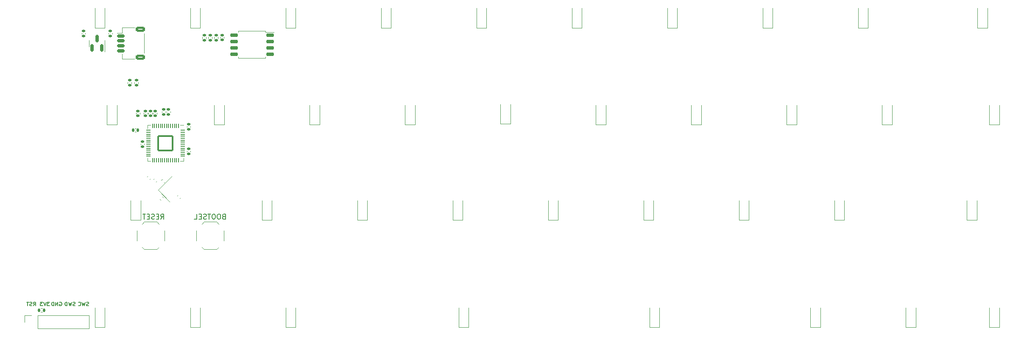
<source format=gbo>
%TF.GenerationSoftware,KiCad,Pcbnew,7.0.6*%
%TF.CreationDate,2023-07-31T23:13:40-04:00*%
%TF.ProjectId,cutiepie2040-standard-stagger,63757469-6570-4696-9532-3034302d7374,rev?*%
%TF.SameCoordinates,PX2d6b3a0PY7aa1830*%
%TF.FileFunction,Legend,Bot*%
%TF.FilePolarity,Positive*%
%FSLAX46Y46*%
G04 Gerber Fmt 4.6, Leading zero omitted, Abs format (unit mm)*
G04 Created by KiCad (PCBNEW 7.0.6) date 2023-07-31 23:13:40*
%MOMM*%
%LPD*%
G01*
G04 APERTURE LIST*
G04 Aperture macros list*
%AMRoundRect*
0 Rectangle with rounded corners*
0 $1 Rounding radius*
0 $2 $3 $4 $5 $6 $7 $8 $9 X,Y pos of 4 corners*
0 Add a 4 corners polygon primitive as box body*
4,1,4,$2,$3,$4,$5,$6,$7,$8,$9,$2,$3,0*
0 Add four circle primitives for the rounded corners*
1,1,$1+$1,$2,$3*
1,1,$1+$1,$4,$5*
1,1,$1+$1,$6,$7*
1,1,$1+$1,$8,$9*
0 Add four rect primitives between the rounded corners*
20,1,$1+$1,$2,$3,$4,$5,0*
20,1,$1+$1,$4,$5,$6,$7,0*
20,1,$1+$1,$6,$7,$8,$9,0*
20,1,$1+$1,$8,$9,$2,$3,0*%
%AMRotRect*
0 Rectangle, with rotation*
0 The origin of the aperture is its center*
0 $1 length*
0 $2 width*
0 $3 Rotation angle, in degrees counterclockwise*
0 Add horizontal line*
21,1,$1,$2,0,0,$3*%
G04 Aperture macros list end*
%ADD10C,0.150000*%
%ADD11C,0.153000*%
%ADD12C,0.120000*%
%ADD13R,1.200000X0.900000*%
%ADD14C,1.750000*%
%ADD15C,3.000000*%
%ADD16C,3.987800*%
%ADD17R,2.550000X2.500000*%
%ADD18RoundRect,0.135000X-0.185000X0.135000X-0.185000X-0.135000X0.185000X-0.135000X0.185000X0.135000X0*%
%ADD19RoundRect,0.135000X0.135000X0.185000X-0.135000X0.185000X-0.135000X-0.185000X0.135000X-0.185000X0*%
%ADD20RoundRect,0.140000X0.170000X-0.140000X0.170000X0.140000X-0.170000X0.140000X-0.170000X-0.140000X0*%
%ADD21RoundRect,0.140000X-0.021213X0.219203X-0.219203X0.021213X0.021213X-0.219203X0.219203X-0.021213X0*%
%ADD22R,1.700000X1.700000*%
%ADD23O,1.700000X1.700000*%
%ADD24R,1.700000X1.000000*%
%ADD25RotRect,1.400000X1.200000X45.000000*%
%ADD26RoundRect,0.135000X0.035355X-0.226274X0.226274X-0.035355X-0.035355X0.226274X-0.226274X0.035355X0*%
%ADD27RoundRect,0.140000X0.140000X0.170000X-0.140000X0.170000X-0.140000X-0.170000X0.140000X-0.170000X0*%
%ADD28RoundRect,0.140000X-0.170000X0.140000X-0.170000X-0.140000X0.170000X-0.140000X0.170000X0.140000X0*%
%ADD29RoundRect,0.150000X-0.625000X0.150000X-0.625000X-0.150000X0.625000X-0.150000X0.625000X0.150000X0*%
%ADD30RoundRect,0.229167X-0.670833X0.320833X-0.670833X-0.320833X0.670833X-0.320833X0.670833X0.320833X0*%
%ADD31RoundRect,0.140000X0.021213X-0.219203X0.219203X-0.021213X-0.021213X0.219203X-0.219203X0.021213X0*%
%ADD32C,3.048000*%
%ADD33R,2.550000X2.000000*%
%ADD34RoundRect,0.140000X0.219203X0.021213X0.021213X0.219203X-0.219203X-0.021213X-0.021213X-0.219203X0*%
%ADD35RoundRect,0.050000X0.387500X0.050000X-0.387500X0.050000X-0.387500X-0.050000X0.387500X-0.050000X0*%
%ADD36RoundRect,0.050000X0.050000X0.387500X-0.050000X0.387500X-0.050000X-0.387500X0.050000X-0.387500X0*%
%ADD37RoundRect,0.144000X1.456000X1.456000X-1.456000X1.456000X-1.456000X-1.456000X1.456000X-1.456000X0*%
%ADD38RoundRect,0.150000X0.150000X-0.587500X0.150000X0.587500X-0.150000X0.587500X-0.150000X-0.587500X0*%
%ADD39RoundRect,0.135000X0.185000X-0.135000X0.185000X0.135000X-0.185000X0.135000X-0.185000X-0.135000X0*%
%ADD40RoundRect,0.150000X0.650000X0.150000X-0.650000X0.150000X-0.650000X-0.150000X0.650000X-0.150000X0*%
G04 APERTURE END LIST*
D10*
X8012853Y11090774D02*
X8084282Y11126488D01*
X8084282Y11126488D02*
X8191424Y11126488D01*
X8191424Y11126488D02*
X8298567Y11090774D01*
X8298567Y11090774D02*
X8369996Y11019345D01*
X8369996Y11019345D02*
X8405710Y10947917D01*
X8405710Y10947917D02*
X8441424Y10805060D01*
X8441424Y10805060D02*
X8441424Y10697917D01*
X8441424Y10697917D02*
X8405710Y10555060D01*
X8405710Y10555060D02*
X8369996Y10483631D01*
X8369996Y10483631D02*
X8298567Y10412202D01*
X8298567Y10412202D02*
X8191424Y10376488D01*
X8191424Y10376488D02*
X8119996Y10376488D01*
X8119996Y10376488D02*
X8012853Y10412202D01*
X8012853Y10412202D02*
X7977139Y10447917D01*
X7977139Y10447917D02*
X7977139Y10697917D01*
X7977139Y10697917D02*
X8119996Y10697917D01*
X7655710Y10376488D02*
X7655710Y11126488D01*
X7655710Y11126488D02*
X7227139Y10376488D01*
X7227139Y10376488D02*
X7227139Y11126488D01*
X6869996Y10376488D02*
X6869996Y11126488D01*
X6869996Y11126488D02*
X6691425Y11126488D01*
X6691425Y11126488D02*
X6584282Y11090774D01*
X6584282Y11090774D02*
X6512853Y11019345D01*
X6512853Y11019345D02*
X6477139Y10947917D01*
X6477139Y10947917D02*
X6441425Y10805060D01*
X6441425Y10805060D02*
X6441425Y10697917D01*
X6441425Y10697917D02*
X6477139Y10555060D01*
X6477139Y10555060D02*
X6512853Y10483631D01*
X6512853Y10483631D02*
X6584282Y10412202D01*
X6584282Y10412202D02*
X6691425Y10376488D01*
X6691425Y10376488D02*
X6869996Y10376488D01*
X13817107Y10412400D02*
X13709965Y10376686D01*
X13709965Y10376686D02*
X13531393Y10376686D01*
X13531393Y10376686D02*
X13459965Y10412400D01*
X13459965Y10412400D02*
X13424250Y10448115D01*
X13424250Y10448115D02*
X13388536Y10519543D01*
X13388536Y10519543D02*
X13388536Y10590972D01*
X13388536Y10590972D02*
X13424250Y10662400D01*
X13424250Y10662400D02*
X13459965Y10698115D01*
X13459965Y10698115D02*
X13531393Y10733829D01*
X13531393Y10733829D02*
X13674250Y10769543D01*
X13674250Y10769543D02*
X13745679Y10805258D01*
X13745679Y10805258D02*
X13781393Y10840972D01*
X13781393Y10840972D02*
X13817107Y10912400D01*
X13817107Y10912400D02*
X13817107Y10983829D01*
X13817107Y10983829D02*
X13781393Y11055258D01*
X13781393Y11055258D02*
X13745679Y11090972D01*
X13745679Y11090972D02*
X13674250Y11126686D01*
X13674250Y11126686D02*
X13495679Y11126686D01*
X13495679Y11126686D02*
X13388536Y11090972D01*
X13138536Y11126686D02*
X12959964Y10376686D01*
X12959964Y10376686D02*
X12817107Y10912400D01*
X12817107Y10912400D02*
X12674250Y10376686D01*
X12674250Y10376686D02*
X12495679Y11126686D01*
X11781393Y10448115D02*
X11817107Y10412400D01*
X11817107Y10412400D02*
X11924250Y10376686D01*
X11924250Y10376686D02*
X11995678Y10376686D01*
X11995678Y10376686D02*
X12102821Y10412400D01*
X12102821Y10412400D02*
X12174250Y10483829D01*
X12174250Y10483829D02*
X12209964Y10555258D01*
X12209964Y10555258D02*
X12245678Y10698115D01*
X12245678Y10698115D02*
X12245678Y10805258D01*
X12245678Y10805258D02*
X12209964Y10948115D01*
X12209964Y10948115D02*
X12174250Y11019543D01*
X12174250Y11019543D02*
X12102821Y11090972D01*
X12102821Y11090972D02*
X11995678Y11126686D01*
X11995678Y11126686D02*
X11924250Y11126686D01*
X11924250Y11126686D02*
X11817107Y11090972D01*
X11817107Y11090972D02*
X11781393Y11055258D01*
X11138097Y10412400D02*
X11030955Y10376686D01*
X11030955Y10376686D02*
X10852383Y10376686D01*
X10852383Y10376686D02*
X10780955Y10412400D01*
X10780955Y10412400D02*
X10745240Y10448115D01*
X10745240Y10448115D02*
X10709526Y10519543D01*
X10709526Y10519543D02*
X10709526Y10590972D01*
X10709526Y10590972D02*
X10745240Y10662400D01*
X10745240Y10662400D02*
X10780955Y10698115D01*
X10780955Y10698115D02*
X10852383Y10733829D01*
X10852383Y10733829D02*
X10995240Y10769543D01*
X10995240Y10769543D02*
X11066669Y10805258D01*
X11066669Y10805258D02*
X11102383Y10840972D01*
X11102383Y10840972D02*
X11138097Y10912400D01*
X11138097Y10912400D02*
X11138097Y10983829D01*
X11138097Y10983829D02*
X11102383Y11055258D01*
X11102383Y11055258D02*
X11066669Y11090972D01*
X11066669Y11090972D02*
X10995240Y11126686D01*
X10995240Y11126686D02*
X10816669Y11126686D01*
X10816669Y11126686D02*
X10709526Y11090972D01*
X10459526Y11126686D02*
X10280954Y10376686D01*
X10280954Y10376686D02*
X10138097Y10912400D01*
X10138097Y10912400D02*
X9995240Y10376686D01*
X9995240Y10376686D02*
X9816669Y11126686D01*
X9530954Y10376686D02*
X9530954Y11126686D01*
X9530954Y11126686D02*
X9352383Y11126686D01*
X9352383Y11126686D02*
X9245240Y11090972D01*
X9245240Y11090972D02*
X9173811Y11019543D01*
X9173811Y11019543D02*
X9138097Y10948115D01*
X9138097Y10948115D02*
X9102383Y10805258D01*
X9102383Y10805258D02*
X9102383Y10698115D01*
X9102383Y10698115D02*
X9138097Y10555258D01*
X9138097Y10555258D02*
X9173811Y10483829D01*
X9173811Y10483829D02*
X9245240Y10412400D01*
X9245240Y10412400D02*
X9352383Y10376686D01*
X9352383Y10376686D02*
X9530954Y10376686D01*
X5988740Y11126686D02*
X5524454Y11126686D01*
X5524454Y11126686D02*
X5774454Y10840972D01*
X5774454Y10840972D02*
X5667311Y10840972D01*
X5667311Y10840972D02*
X5595883Y10805258D01*
X5595883Y10805258D02*
X5560168Y10769543D01*
X5560168Y10769543D02*
X5524454Y10698115D01*
X5524454Y10698115D02*
X5524454Y10519543D01*
X5524454Y10519543D02*
X5560168Y10448115D01*
X5560168Y10448115D02*
X5595883Y10412400D01*
X5595883Y10412400D02*
X5667311Y10376686D01*
X5667311Y10376686D02*
X5881597Y10376686D01*
X5881597Y10376686D02*
X5953025Y10412400D01*
X5953025Y10412400D02*
X5988740Y10448115D01*
X5310168Y11126686D02*
X5060168Y10376686D01*
X5060168Y10376686D02*
X4810168Y11126686D01*
X4631597Y11126686D02*
X4167311Y11126686D01*
X4167311Y11126686D02*
X4417311Y10840972D01*
X4417311Y10840972D02*
X4310168Y10840972D01*
X4310168Y10840972D02*
X4238740Y10805258D01*
X4238740Y10805258D02*
X4203025Y10769543D01*
X4203025Y10769543D02*
X4167311Y10698115D01*
X4167311Y10698115D02*
X4167311Y10519543D01*
X4167311Y10519543D02*
X4203025Y10448115D01*
X4203025Y10448115D02*
X4238740Y10412400D01*
X4238740Y10412400D02*
X4310168Y10376686D01*
X4310168Y10376686D02*
X4524454Y10376686D01*
X4524454Y10376686D02*
X4595882Y10412400D01*
X4595882Y10412400D02*
X4631597Y10448115D01*
X2791886Y10376686D02*
X3041886Y10733829D01*
X3220457Y10376686D02*
X3220457Y11126686D01*
X3220457Y11126686D02*
X2934743Y11126686D01*
X2934743Y11126686D02*
X2863314Y11090972D01*
X2863314Y11090972D02*
X2827600Y11055258D01*
X2827600Y11055258D02*
X2791886Y10983829D01*
X2791886Y10983829D02*
X2791886Y10876686D01*
X2791886Y10876686D02*
X2827600Y10805258D01*
X2827600Y10805258D02*
X2863314Y10769543D01*
X2863314Y10769543D02*
X2934743Y10733829D01*
X2934743Y10733829D02*
X3220457Y10733829D01*
X2506171Y10412400D02*
X2399029Y10376686D01*
X2399029Y10376686D02*
X2220457Y10376686D01*
X2220457Y10376686D02*
X2149029Y10412400D01*
X2149029Y10412400D02*
X2113314Y10448115D01*
X2113314Y10448115D02*
X2077600Y10519543D01*
X2077600Y10519543D02*
X2077600Y10590972D01*
X2077600Y10590972D02*
X2113314Y10662400D01*
X2113314Y10662400D02*
X2149029Y10698115D01*
X2149029Y10698115D02*
X2220457Y10733829D01*
X2220457Y10733829D02*
X2363314Y10769543D01*
X2363314Y10769543D02*
X2434743Y10805258D01*
X2434743Y10805258D02*
X2470457Y10840972D01*
X2470457Y10840972D02*
X2506171Y10912400D01*
X2506171Y10912400D02*
X2506171Y10983829D01*
X2506171Y10983829D02*
X2470457Y11055258D01*
X2470457Y11055258D02*
X2434743Y11090972D01*
X2434743Y11090972D02*
X2363314Y11126686D01*
X2363314Y11126686D02*
X2184743Y11126686D01*
X2184743Y11126686D02*
X2077600Y11090972D01*
X1863314Y11126686D02*
X1434743Y11126686D01*
X1649028Y10376686D02*
X1649028Y11126686D01*
D11*
X28241386Y27703211D02*
X28574719Y28179402D01*
X28812814Y27703211D02*
X28812814Y28703211D01*
X28812814Y28703211D02*
X28431862Y28703211D01*
X28431862Y28703211D02*
X28336624Y28655592D01*
X28336624Y28655592D02*
X28289005Y28607973D01*
X28289005Y28607973D02*
X28241386Y28512735D01*
X28241386Y28512735D02*
X28241386Y28369878D01*
X28241386Y28369878D02*
X28289005Y28274640D01*
X28289005Y28274640D02*
X28336624Y28227021D01*
X28336624Y28227021D02*
X28431862Y28179402D01*
X28431862Y28179402D02*
X28812814Y28179402D01*
X27812814Y28227021D02*
X27479481Y28227021D01*
X27336624Y27703211D02*
X27812814Y27703211D01*
X27812814Y27703211D02*
X27812814Y28703211D01*
X27812814Y28703211D02*
X27336624Y28703211D01*
X26955671Y27750830D02*
X26812814Y27703211D01*
X26812814Y27703211D02*
X26574719Y27703211D01*
X26574719Y27703211D02*
X26479481Y27750830D01*
X26479481Y27750830D02*
X26431862Y27798450D01*
X26431862Y27798450D02*
X26384243Y27893688D01*
X26384243Y27893688D02*
X26384243Y27988926D01*
X26384243Y27988926D02*
X26431862Y28084164D01*
X26431862Y28084164D02*
X26479481Y28131783D01*
X26479481Y28131783D02*
X26574719Y28179402D01*
X26574719Y28179402D02*
X26765195Y28227021D01*
X26765195Y28227021D02*
X26860433Y28274640D01*
X26860433Y28274640D02*
X26908052Y28322259D01*
X26908052Y28322259D02*
X26955671Y28417497D01*
X26955671Y28417497D02*
X26955671Y28512735D01*
X26955671Y28512735D02*
X26908052Y28607973D01*
X26908052Y28607973D02*
X26860433Y28655592D01*
X26860433Y28655592D02*
X26765195Y28703211D01*
X26765195Y28703211D02*
X26527100Y28703211D01*
X26527100Y28703211D02*
X26384243Y28655592D01*
X25955671Y28227021D02*
X25622338Y28227021D01*
X25479481Y27703211D02*
X25955671Y27703211D01*
X25955671Y27703211D02*
X25955671Y28703211D01*
X25955671Y28703211D02*
X25479481Y28703211D01*
X25193766Y28703211D02*
X24622338Y28703211D01*
X24908052Y27703211D02*
X24908052Y28703211D01*
X40790572Y28227021D02*
X40647715Y28179402D01*
X40647715Y28179402D02*
X40600096Y28131783D01*
X40600096Y28131783D02*
X40552477Y28036545D01*
X40552477Y28036545D02*
X40552477Y27893688D01*
X40552477Y27893688D02*
X40600096Y27798450D01*
X40600096Y27798450D02*
X40647715Y27750830D01*
X40647715Y27750830D02*
X40742953Y27703211D01*
X40742953Y27703211D02*
X41123905Y27703211D01*
X41123905Y27703211D02*
X41123905Y28703211D01*
X41123905Y28703211D02*
X40790572Y28703211D01*
X40790572Y28703211D02*
X40695334Y28655592D01*
X40695334Y28655592D02*
X40647715Y28607973D01*
X40647715Y28607973D02*
X40600096Y28512735D01*
X40600096Y28512735D02*
X40600096Y28417497D01*
X40600096Y28417497D02*
X40647715Y28322259D01*
X40647715Y28322259D02*
X40695334Y28274640D01*
X40695334Y28274640D02*
X40790572Y28227021D01*
X40790572Y28227021D02*
X41123905Y28227021D01*
X39933429Y28703211D02*
X39742953Y28703211D01*
X39742953Y28703211D02*
X39647715Y28655592D01*
X39647715Y28655592D02*
X39552477Y28560354D01*
X39552477Y28560354D02*
X39504858Y28369878D01*
X39504858Y28369878D02*
X39504858Y28036545D01*
X39504858Y28036545D02*
X39552477Y27846069D01*
X39552477Y27846069D02*
X39647715Y27750830D01*
X39647715Y27750830D02*
X39742953Y27703211D01*
X39742953Y27703211D02*
X39933429Y27703211D01*
X39933429Y27703211D02*
X40028667Y27750830D01*
X40028667Y27750830D02*
X40123905Y27846069D01*
X40123905Y27846069D02*
X40171524Y28036545D01*
X40171524Y28036545D02*
X40171524Y28369878D01*
X40171524Y28369878D02*
X40123905Y28560354D01*
X40123905Y28560354D02*
X40028667Y28655592D01*
X40028667Y28655592D02*
X39933429Y28703211D01*
X38885810Y28703211D02*
X38695334Y28703211D01*
X38695334Y28703211D02*
X38600096Y28655592D01*
X38600096Y28655592D02*
X38504858Y28560354D01*
X38504858Y28560354D02*
X38457239Y28369878D01*
X38457239Y28369878D02*
X38457239Y28036545D01*
X38457239Y28036545D02*
X38504858Y27846069D01*
X38504858Y27846069D02*
X38600096Y27750830D01*
X38600096Y27750830D02*
X38695334Y27703211D01*
X38695334Y27703211D02*
X38885810Y27703211D01*
X38885810Y27703211D02*
X38981048Y27750830D01*
X38981048Y27750830D02*
X39076286Y27846069D01*
X39076286Y27846069D02*
X39123905Y28036545D01*
X39123905Y28036545D02*
X39123905Y28369878D01*
X39123905Y28369878D02*
X39076286Y28560354D01*
X39076286Y28560354D02*
X38981048Y28655592D01*
X38981048Y28655592D02*
X38885810Y28703211D01*
X38171524Y28703211D02*
X37600096Y28703211D01*
X37885810Y27703211D02*
X37885810Y28703211D01*
X37314381Y27750830D02*
X37171524Y27703211D01*
X37171524Y27703211D02*
X36933429Y27703211D01*
X36933429Y27703211D02*
X36838191Y27750830D01*
X36838191Y27750830D02*
X36790572Y27798450D01*
X36790572Y27798450D02*
X36742953Y27893688D01*
X36742953Y27893688D02*
X36742953Y27988926D01*
X36742953Y27988926D02*
X36790572Y28084164D01*
X36790572Y28084164D02*
X36838191Y28131783D01*
X36838191Y28131783D02*
X36933429Y28179402D01*
X36933429Y28179402D02*
X37123905Y28227021D01*
X37123905Y28227021D02*
X37219143Y28274640D01*
X37219143Y28274640D02*
X37266762Y28322259D01*
X37266762Y28322259D02*
X37314381Y28417497D01*
X37314381Y28417497D02*
X37314381Y28512735D01*
X37314381Y28512735D02*
X37266762Y28607973D01*
X37266762Y28607973D02*
X37219143Y28655592D01*
X37219143Y28655592D02*
X37123905Y28703211D01*
X37123905Y28703211D02*
X36885810Y28703211D01*
X36885810Y28703211D02*
X36742953Y28655592D01*
X36314381Y28227021D02*
X35981048Y28227021D01*
X35838191Y27703211D02*
X36314381Y27703211D01*
X36314381Y27703211D02*
X36314381Y28703211D01*
X36314381Y28703211D02*
X35838191Y28703211D01*
X34933429Y27703211D02*
X35409619Y27703211D01*
X35409619Y27703211D02*
X35409619Y28703211D01*
D12*
X115085955Y46565862D02*
X115085955Y50465862D01*
X117085955Y46565862D02*
X115085955Y46565862D01*
X117085955Y46565862D02*
X117085955Y50465862D01*
X129373467Y65913453D02*
X129373467Y69813453D01*
X131373467Y65913453D02*
X129373467Y65913453D01*
X131373467Y65913453D02*
X131373467Y69813453D01*
X124630802Y27515846D02*
X124630802Y31415846D01*
X126630802Y27515846D02*
X124630802Y27515846D01*
X126630802Y27515846D02*
X126630802Y31415846D01*
X39670726Y64096409D02*
X39670726Y63789127D01*
X38910726Y64096409D02*
X38910726Y63789127D01*
X4564813Y9145224D02*
X4257531Y9145224D01*
X4564813Y9905224D02*
X4257531Y9905224D01*
X26727038Y48707644D02*
X26727038Y48923316D01*
X27447038Y48707644D02*
X27447038Y48923316D01*
X72223622Y65913453D02*
X72223622Y69813453D01*
X74223622Y65913453D02*
X72223622Y65913453D01*
X74223622Y65913453D02*
X74223622Y69813453D01*
X17797077Y64677791D02*
X17797077Y64893463D01*
X18517077Y64677791D02*
X18517077Y64893463D01*
X176998507Y6084578D02*
X176998507Y9984578D01*
X178998507Y6084578D02*
X176998507Y6084578D01*
X178998507Y6084578D02*
X178998507Y9984578D01*
X125801589Y6084578D02*
X125801589Y9984578D01*
X127801589Y6084578D02*
X125801589Y6084578D01*
X127801589Y6084578D02*
X127801589Y9984578D01*
X27459226Y35284787D02*
X27306723Y35132284D01*
X26950109Y35793904D02*
X26797606Y35641401D01*
X29405960Y49005302D02*
X29405960Y49220974D01*
X30125960Y49005302D02*
X30125960Y49220974D01*
X96035939Y46701801D02*
X96035939Y50601801D01*
X98035939Y46701801D02*
X96035939Y46701801D01*
X98035939Y46701801D02*
X98035939Y50601801D01*
X157948491Y6084578D02*
X157948491Y9984578D01*
X159948491Y6084578D02*
X157948491Y6084578D01*
X159948491Y6084578D02*
X159948491Y9984578D01*
X53173574Y65913453D02*
X53173574Y69813453D01*
X55173574Y65913453D02*
X53173574Y65913453D01*
X55173574Y65913453D02*
X55173574Y69813453D01*
X134135971Y46565862D02*
X134135971Y50465862D01*
X136135971Y46565862D02*
X134135971Y46565862D01*
X136135971Y46565862D02*
X136135971Y50465862D01*
X22406501Y55071110D02*
X22406501Y54763828D01*
X21646501Y55071110D02*
X21646501Y54763828D01*
X167473499Y65913453D02*
X167473499Y69813453D01*
X169473499Y65913453D02*
X167473499Y65913453D01*
X169473499Y65913453D02*
X169473499Y69813453D01*
X13871172Y8473972D02*
X13871172Y5813972D01*
X3651172Y8473972D02*
X13871172Y8473972D01*
X3651172Y8473972D02*
X3651172Y5813972D01*
X2381172Y8473972D02*
X1051172Y8473972D01*
X1051172Y8473972D02*
X1051172Y7143972D01*
X3651172Y5813972D02*
X13871172Y5813972D01*
X191286019Y65913453D02*
X191286019Y69813453D01*
X193286019Y65913453D02*
X191286019Y65913453D01*
X193286019Y65913453D02*
X193286019Y69813453D01*
X91273670Y65913453D02*
X91273670Y69813453D01*
X93273670Y65913453D02*
X91273670Y65913453D01*
X93273670Y65913453D02*
X93273670Y69813453D01*
X23443816Y23407874D02*
X23443816Y25407874D01*
X24493816Y26707874D02*
X24943816Y27157874D01*
X24493816Y22107874D02*
X24943816Y21657874D01*
X24943816Y27157874D02*
X27443816Y27157874D01*
X24943816Y21657874D02*
X27443816Y21657874D01*
X27893816Y26707874D02*
X27443816Y27157874D01*
X27893816Y22107874D02*
X27443816Y21657874D01*
X28943816Y23407874D02*
X28943816Y25407874D01*
X87701557Y6084578D02*
X87701557Y9984578D01*
X89701557Y6084578D02*
X87701557Y6084578D01*
X89701557Y6084578D02*
X89701557Y9984578D01*
X148423483Y65913453D02*
X148423483Y69813453D01*
X150423483Y65913453D02*
X148423483Y65913453D01*
X150423483Y65913453D02*
X150423483Y69813453D01*
X26185091Y35796591D02*
X26032588Y35644088D01*
X25675974Y36305708D02*
X25523471Y36153205D01*
X17454623Y46565862D02*
X17454623Y50465862D01*
X19454623Y46565862D02*
X17454623Y46565862D01*
X19454623Y46565862D02*
X19454623Y50465862D01*
X27666096Y33501732D02*
X30494523Y36330159D01*
X29999549Y31168279D02*
X27666096Y33501732D01*
X105580786Y27515846D02*
X105580786Y31415846D01*
X107580786Y27515846D02*
X105580786Y27515846D01*
X107580786Y27515846D02*
X107580786Y31415846D01*
X189202823Y27515700D02*
X189202823Y31415700D01*
X191202823Y27515700D02*
X189202823Y27515700D01*
X191202823Y27515700D02*
X191202823Y31415700D01*
X193667271Y6084578D02*
X193667271Y9984578D01*
X195667271Y6084578D02*
X193667271Y6084578D01*
X195667271Y6084578D02*
X195667271Y9984578D01*
X33424343Y46028722D02*
X33424343Y46244394D01*
X34144343Y46028722D02*
X34144343Y46244394D01*
X35350096Y23407874D02*
X35350096Y25407874D01*
X36400096Y26707874D02*
X36850096Y27157874D01*
X36400096Y22107874D02*
X36850096Y21657874D01*
X36850096Y27157874D02*
X39350096Y27157874D01*
X36850096Y21657874D02*
X39350096Y21657874D01*
X39800096Y26707874D02*
X39350096Y27157874D01*
X39800096Y22107874D02*
X39350096Y21657874D01*
X40850096Y23407874D02*
X40850096Y25407874D01*
X57935907Y46565862D02*
X57935907Y50465862D01*
X59935907Y46565862D02*
X57935907Y46565862D01*
X59935907Y46565862D02*
X59935907Y50465862D01*
X15073371Y6084578D02*
X15073371Y9984578D01*
X17073371Y6084578D02*
X15073371Y6084578D01*
X17073371Y6084578D02*
X17073371Y9984578D01*
X28314828Y35464146D02*
X28532109Y35681427D01*
X28852229Y34926745D02*
X29069510Y35144026D01*
X23291807Y45102608D02*
X23076135Y45102608D01*
X23291807Y45822608D02*
X23076135Y45822608D01*
X40841352Y64080604D02*
X40841352Y63864932D01*
X40121352Y64080604D02*
X40121352Y63864932D01*
X25784064Y48707644D02*
X25784064Y48923316D01*
X26504064Y48707644D02*
X26504064Y48923316D01*
X23303971Y48707644D02*
X23303971Y48923316D01*
X24023971Y48707644D02*
X24023971Y48923316D01*
X38885891Y46565862D02*
X38885891Y50465862D01*
X40885891Y46565862D02*
X38885891Y46565862D01*
X40885891Y46565862D02*
X40885891Y50465862D01*
X172236003Y46565862D02*
X172236003Y50465862D01*
X174236003Y46565862D02*
X172236003Y46565862D01*
X174236003Y46565862D02*
X174236003Y50465862D01*
X24196945Y42554772D02*
X24196945Y42770444D01*
X24916945Y42554772D02*
X24916945Y42770444D01*
X22964880Y65915627D02*
X20464880Y65915627D01*
X20464880Y65915627D02*
X20464880Y64865627D01*
X20464880Y64865627D02*
X19474880Y64865627D01*
X24934880Y64745627D02*
X24934880Y60865627D01*
X22964880Y59695627D02*
X20464880Y59695627D01*
X20464880Y59695627D02*
X20464880Y60745627D01*
X31518489Y32325263D02*
X31670992Y32477766D01*
X32027606Y31816146D02*
X32180109Y31968649D01*
X193667271Y46565862D02*
X193667271Y50465862D01*
X195667271Y46565862D02*
X193667271Y46565862D01*
X195667271Y46565862D02*
X195667271Y50465862D01*
X143680818Y27515846D02*
X143680818Y31415846D01*
X145680818Y27515846D02*
X143680818Y27515846D01*
X145680818Y27515846D02*
X145680818Y31415846D01*
X23746313Y55071110D02*
X23746313Y54763828D01*
X22986313Y55071110D02*
X22986313Y54763828D01*
X86530770Y27515846D02*
X86530770Y31415846D01*
X88530770Y27515846D02*
X86530770Y27515846D01*
X88530770Y27515846D02*
X88530770Y31415846D01*
X76985923Y46565862D02*
X76985923Y50465862D01*
X78985923Y46565862D02*
X76985923Y46565862D01*
X78985923Y46565862D02*
X78985923Y50465862D01*
X28174451Y31524132D02*
X28021948Y31676635D01*
X28683568Y32033249D02*
X28531065Y32185752D01*
X37289474Y64096409D02*
X37289474Y63789127D01*
X36529474Y64096409D02*
X36529474Y63789127D01*
X67480754Y27515846D02*
X67480754Y31415846D01*
X69480754Y27515846D02*
X67480754Y27515846D01*
X69480754Y27515846D02*
X69480754Y31415846D01*
X153185987Y46565862D02*
X153185987Y50465862D01*
X155185987Y46565862D02*
X153185987Y46565862D01*
X155185987Y46565862D02*
X155185987Y50465862D01*
X24841090Y48707644D02*
X24841090Y48923316D01*
X25561090Y48707644D02*
X25561090Y48923316D01*
X12439251Y64677791D02*
X12439251Y64893463D01*
X13159251Y64677791D02*
X13159251Y64893463D01*
X48430738Y27515846D02*
X48430738Y31415846D01*
X50430738Y27515846D02*
X48430738Y27515846D01*
X50430738Y27515846D02*
X50430738Y31415846D01*
X34144343Y41333037D02*
X34144343Y41117365D01*
X33424343Y41333037D02*
X33424343Y41117365D01*
X162730834Y27515846D02*
X162730834Y31415846D01*
X164730834Y27515846D02*
X162730834Y27515846D01*
X164730834Y27515846D02*
X164730834Y31415846D01*
X32780386Y39252608D02*
X32780386Y39902608D01*
X32130386Y39252608D02*
X32780386Y39252608D01*
X32130386Y46472608D02*
X32780386Y46472608D01*
X26210386Y39252608D02*
X25560386Y39252608D01*
X26210386Y46472608D02*
X25560386Y46472608D01*
X25560386Y39252608D02*
X25560386Y39902608D01*
X25560386Y46472608D02*
X25560386Y45822608D01*
X34123387Y6084578D02*
X34123387Y9984578D01*
X36123387Y6084578D02*
X34123387Y6084578D01*
X36123387Y6084578D02*
X36123387Y9984578D01*
X13918164Y62805627D02*
X13918164Y62155627D01*
X13918164Y62805627D02*
X13918164Y63455627D01*
X17038164Y62805627D02*
X17038164Y61130627D01*
X17038164Y62805627D02*
X17038164Y63455627D01*
X22217484Y27528249D02*
X22217484Y31428249D01*
X24217484Y27528249D02*
X22217484Y27528249D01*
X24217484Y27528249D02*
X24217484Y31428249D01*
X34123526Y65913453D02*
X34123526Y69813453D01*
X36123526Y65913453D02*
X34123526Y65913453D01*
X36123526Y65913453D02*
X36123526Y69813453D01*
X37720100Y63789127D02*
X37720100Y64096409D01*
X38480100Y63789127D02*
X38480100Y64096409D01*
X49159492Y59822768D02*
X49159492Y60082768D01*
X49159492Y65012768D02*
X50834492Y65012768D01*
X49159492Y65272768D02*
X49159492Y65012768D01*
X46434492Y59822768D02*
X49159492Y59822768D01*
X46434492Y59822768D02*
X43709492Y59822768D01*
X46434492Y65272768D02*
X49159492Y65272768D01*
X46434492Y65272768D02*
X43709492Y65272768D01*
X43709492Y59822768D02*
X43709492Y60082768D01*
X43709492Y65272768D02*
X43709492Y65012768D01*
X28462986Y49005302D02*
X28462986Y49220974D01*
X29182986Y49005302D02*
X29182986Y49220974D01*
X15073478Y65913453D02*
X15073478Y69813453D01*
X17073478Y65913453D02*
X15073478Y65913453D01*
X17073478Y65913453D02*
X17073478Y69813453D01*
X110323718Y65913453D02*
X110323718Y69813453D01*
X112323718Y65913453D02*
X110323718Y65913453D01*
X112323718Y65913453D02*
X112323718Y69813453D01*
X53173403Y6084578D02*
X53173403Y9984578D01*
X55173403Y6084578D02*
X53173403Y6084578D01*
X55173403Y6084578D02*
X55173403Y9984578D01*
%LPC*%
D13*
X116085955Y47165862D03*
X116085955Y50465862D03*
X130373467Y66513453D03*
X130373467Y69813453D03*
D14*
X167004880Y71437794D03*
D15*
X164464880Y76517794D03*
D16*
X161924880Y71437794D03*
D15*
X158114880Y73977794D03*
D14*
X156844880Y71437794D03*
D17*
X154839880Y73977794D03*
X167766880Y76517794D03*
D14*
X188436130Y33337584D03*
D15*
X185896130Y38417584D03*
D16*
X183356130Y33337584D03*
D15*
X179546130Y35877584D03*
D14*
X178276130Y33337584D03*
D17*
X176271130Y35877584D03*
X189198130Y38417584D03*
D13*
X125630802Y28115846D03*
X125630802Y31415846D03*
D18*
X39290726Y64452768D03*
X39290726Y63432768D03*
D19*
X4921172Y9525224D03*
X3901172Y9525224D03*
D20*
X27087038Y48335480D03*
X27087038Y49295480D03*
D13*
X73223622Y66513453D03*
X73223622Y69813453D03*
D20*
X18157077Y64305627D03*
X18157077Y65265627D03*
D13*
X177998507Y6684578D03*
X177998507Y9984578D03*
D14*
X14604880Y14287794D03*
D15*
X12064880Y19367794D03*
D16*
X9524880Y14287794D03*
D15*
X5714880Y16827794D03*
D14*
X4444880Y14287794D03*
D17*
X2439880Y16827794D03*
X15366880Y19367794D03*
D14*
X76517380Y52387794D03*
D15*
X73977380Y57467794D03*
D16*
X71437380Y52387794D03*
D15*
X67627380Y54927794D03*
D14*
X66357380Y52387794D03*
D17*
X64352380Y54927794D03*
X77279380Y57467794D03*
D14*
X57467380Y52387794D03*
D15*
X54927380Y57467794D03*
D16*
X52387380Y52387794D03*
D15*
X48577380Y54927794D03*
D14*
X47307380Y52387794D03*
D17*
X45302380Y54927794D03*
X58229380Y57467794D03*
D13*
X126801589Y6684578D03*
X126801589Y9984578D03*
D21*
X27467827Y35802505D03*
X26789005Y35123683D03*
D20*
X29765960Y48633138D03*
X29765960Y49593138D03*
D14*
X71754880Y71437794D03*
D15*
X69214880Y76517794D03*
D16*
X66674880Y71437794D03*
D15*
X62864880Y73977794D03*
D14*
X61594880Y71437794D03*
D17*
X59589880Y73977794D03*
X72516880Y76517794D03*
D13*
X97035939Y47301801D03*
X97035939Y50601801D03*
X158948491Y6684578D03*
X158948491Y9984578D03*
X54173574Y66513453D03*
X54173574Y69813453D03*
D14*
X128904880Y71437794D03*
D15*
X126364880Y76517794D03*
D16*
X123824880Y71437794D03*
D15*
X120014880Y73977794D03*
D14*
X118744880Y71437794D03*
D17*
X116739880Y73977794D03*
X129666880Y76517794D03*
D13*
X135135971Y47165862D03*
X135135971Y50465862D03*
D18*
X22026501Y55427469D03*
X22026501Y54407470D03*
D14*
X124142380Y33337744D03*
D15*
X121602380Y38417744D03*
D16*
X119062380Y33337744D03*
D15*
X115252380Y35877744D03*
D14*
X113982380Y33337744D03*
D17*
X111977380Y35877744D03*
X124904380Y38417744D03*
D13*
X168473499Y66513453D03*
X168473499Y69813453D03*
D14*
X90804880Y71437794D03*
D15*
X88264880Y76517794D03*
D16*
X85724880Y71437794D03*
D15*
X81914880Y73977794D03*
D14*
X80644880Y71437794D03*
D17*
X78639880Y73977794D03*
X91566880Y76517794D03*
D22*
X2381172Y7143972D03*
D23*
X4921172Y7143972D03*
X7461172Y7143972D03*
X10001172Y7143972D03*
X12541172Y7143972D03*
D14*
X105092380Y33337794D03*
D15*
X102552380Y38417794D03*
D16*
X100012380Y33337794D03*
D15*
X96202380Y35877794D03*
D14*
X94932380Y33337794D03*
D17*
X92927380Y35877794D03*
X105854380Y38417794D03*
D13*
X192286019Y66513453D03*
X192286019Y69813453D03*
X92273670Y66513453D03*
X92273670Y69813453D03*
D24*
X23043816Y22507874D03*
X29343816Y22507874D03*
X23043816Y26307874D03*
X29343816Y26307874D03*
D13*
X88701557Y6684578D03*
X88701557Y9984578D03*
D14*
X86042380Y33337744D03*
D15*
X83502380Y38417744D03*
D16*
X80962380Y33337744D03*
D15*
X77152380Y35877744D03*
D14*
X75882380Y33337744D03*
D17*
X73877380Y35877744D03*
X86804380Y38417744D03*
D13*
X149423483Y66513453D03*
X149423483Y69813453D03*
D14*
X171767380Y52387794D03*
D15*
X169227380Y57467794D03*
D16*
X166687380Y52387794D03*
D15*
X162877380Y54927794D03*
D14*
X161607380Y52387794D03*
D17*
X159602380Y54927794D03*
X172529380Y57467794D03*
D21*
X26193692Y36314309D03*
X25514870Y35635487D03*
D13*
X18454623Y47165862D03*
X18454623Y50465862D03*
D25*
X28868178Y33572442D03*
X30423813Y35128077D03*
X31625894Y33925996D03*
X30070259Y32370361D03*
D13*
X106580786Y28115846D03*
X106580786Y31415846D03*
X190202823Y28115700D03*
X190202823Y31415700D03*
D14*
X14604880Y71437794D03*
D15*
X12064880Y76517794D03*
D16*
X9524880Y71437794D03*
D15*
X5714880Y73977794D03*
D14*
X4444880Y71437794D03*
D17*
X2439880Y73977794D03*
X15366880Y76517794D03*
D13*
X194667271Y6684578D03*
X194667271Y9984578D03*
D20*
X33784343Y45656558D03*
X33784343Y46616558D03*
D24*
X34950096Y22507874D03*
X41250096Y22507874D03*
X34950096Y26307874D03*
X41250096Y26307874D03*
D14*
X95567380Y52387794D03*
D15*
X93027380Y57467794D03*
D16*
X90487380Y52387794D03*
D15*
X86677380Y54927794D03*
D14*
X85407380Y52387794D03*
D17*
X83402380Y54927794D03*
X96329380Y57467794D03*
D13*
X58935907Y47165862D03*
X58935907Y50465862D03*
D14*
X47942380Y33337794D03*
D15*
X45402380Y38417794D03*
D16*
X42862380Y33337794D03*
D15*
X39052380Y35877794D03*
D14*
X37782380Y33337794D03*
D17*
X35777380Y35877794D03*
X48704380Y38417794D03*
D13*
X16073371Y6684578D03*
X16073371Y9984578D03*
D14*
X190817380Y71437794D03*
D15*
X188277380Y76517794D03*
D16*
X185737380Y71437794D03*
D15*
X181927380Y73977794D03*
D14*
X180657380Y71437794D03*
D17*
X178652380Y73977794D03*
X191579380Y76517794D03*
D26*
X28331545Y34943462D03*
X29052793Y35664710D03*
D27*
X23663971Y45462608D03*
X22703971Y45462608D03*
D14*
X143192380Y33337794D03*
D15*
X140652380Y38417794D03*
D16*
X138112380Y33337794D03*
D15*
X134302380Y35877794D03*
D14*
X133032380Y33337794D03*
D17*
X131027380Y35877794D03*
X143954380Y38417794D03*
D14*
X52704880Y14287794D03*
D15*
X50164880Y19367794D03*
D16*
X47624880Y14287794D03*
D15*
X43814880Y16827794D03*
D14*
X42544880Y14287794D03*
D17*
X40539880Y16827794D03*
X53466880Y19367794D03*
D28*
X40481352Y64452768D03*
X40481352Y63492768D03*
D14*
X193198630Y52387794D03*
D15*
X190658630Y57467794D03*
D16*
X188118630Y52387794D03*
D15*
X184308630Y54927794D03*
D14*
X183038630Y52387794D03*
D17*
X181033630Y54927794D03*
X193960630Y57467794D03*
D20*
X26144064Y48335480D03*
X26144064Y49295480D03*
X23663971Y48335480D03*
X23663971Y49295480D03*
D13*
X39885891Y47165862D03*
X39885891Y50465862D03*
X173236003Y47165862D03*
X173236003Y50465862D03*
D20*
X24556945Y42182608D03*
X24556945Y43142608D03*
D29*
X20249880Y64305627D03*
X20249880Y63305627D03*
X20249880Y62305627D03*
X20249880Y61305627D03*
D30*
X24124880Y65605627D03*
X24124880Y60005627D03*
D31*
X31509888Y31807545D03*
X32188710Y32486367D03*
D14*
X157479880Y14287794D03*
D15*
X154939880Y19367794D03*
D16*
X152399880Y14287794D03*
D15*
X148589880Y16827794D03*
D14*
X147319880Y14287794D03*
D17*
X145314880Y16827794D03*
X158241880Y19367794D03*
D14*
X52704880Y71437794D03*
D15*
X50164880Y76517794D03*
D16*
X47624880Y71437794D03*
D15*
X43814880Y73977794D03*
D14*
X42544880Y71437794D03*
D17*
X40539880Y73977794D03*
X53466880Y76517794D03*
D14*
X147954880Y71437794D03*
D15*
X145414880Y76517794D03*
D16*
X142874880Y71437794D03*
D15*
X139064880Y73977794D03*
D14*
X137794880Y71437794D03*
D17*
X135789880Y73977794D03*
X148716880Y76517794D03*
D13*
X194667271Y47165862D03*
X194667271Y50465862D03*
X144680818Y28115846D03*
X144680818Y31415846D03*
D14*
X66992380Y33337744D03*
D15*
X64452380Y38417744D03*
D16*
X61932163Y33337744D03*
D15*
X58102380Y35877744D03*
D14*
X56832380Y33337744D03*
D17*
X54827380Y35877744D03*
X67754380Y38417744D03*
D18*
X23366313Y55427469D03*
X23366313Y54407470D03*
D32*
X128587380Y2540024D03*
D16*
X128587380Y17780024D03*
D14*
X105092380Y9525024D03*
D15*
X102552380Y14605024D03*
D16*
X100012380Y9525024D03*
D15*
X96202380Y12065024D03*
D14*
X94932380Y9525024D03*
D32*
X71437380Y2540024D03*
D16*
X71437380Y17780024D03*
D17*
X92927380Y12065024D03*
D33*
X105854380Y14605024D03*
D13*
X87530770Y28115846D03*
X87530770Y31415846D03*
X77985923Y47165862D03*
X77985923Y50465862D03*
D34*
X28692169Y31515531D03*
X28013347Y32194353D03*
D14*
X33654880Y71437794D03*
D15*
X31114880Y76517794D03*
D16*
X28574880Y71437794D03*
D15*
X24764880Y73977794D03*
D14*
X23494880Y71437794D03*
D17*
X21489880Y73977794D03*
X34416880Y76517794D03*
D18*
X36909474Y64452768D03*
X36909474Y63432768D03*
D14*
X33654880Y14287794D03*
D15*
X31114880Y19367794D03*
D16*
X28574880Y14287794D03*
D15*
X24764880Y16827794D03*
D14*
X23494880Y14287794D03*
D17*
X21489880Y16827794D03*
X34416880Y19367794D03*
D13*
X68480754Y28115846D03*
X68480754Y31415846D03*
X154185987Y47165862D03*
X154185987Y50465862D03*
D14*
X133667380Y52387794D03*
D15*
X131127380Y57467794D03*
D16*
X128587380Y52387794D03*
D15*
X124777380Y54927794D03*
D14*
X123507380Y52387794D03*
D17*
X121502380Y54927794D03*
X134429380Y57467794D03*
D20*
X25201090Y48335480D03*
X25201090Y49295480D03*
D14*
X152717380Y52387794D03*
D15*
X150177380Y57467794D03*
D16*
X147637380Y52387794D03*
D15*
X143827380Y54927794D03*
D14*
X142557380Y52387794D03*
D17*
X140552380Y54927794D03*
X153479380Y57467794D03*
D32*
X131000380Y2540024D03*
D16*
X131000380Y17780024D03*
D14*
X124142380Y9525024D03*
D15*
X121602380Y14605024D03*
D16*
X119062380Y9525024D03*
D15*
X115252380Y12065024D03*
D14*
X113982380Y9525024D03*
D32*
X107124380Y2540024D03*
D16*
X107124380Y17780024D03*
D17*
X111977380Y12065024D03*
X124904380Y14605024D03*
D20*
X12799251Y64305627D03*
X12799251Y65265627D03*
D32*
X92900380Y2540294D03*
D16*
X92900380Y17780294D03*
D14*
X86042380Y9525294D03*
D15*
X83502380Y14605294D03*
D16*
X80962380Y9525294D03*
D15*
X77152380Y12065294D03*
D14*
X75882380Y9525294D03*
D32*
X69024380Y2540294D03*
D16*
X69024380Y17780294D03*
D17*
X73877380Y12065294D03*
X86804380Y14605294D03*
D13*
X49430738Y28115846D03*
X49430738Y31415846D03*
D14*
X162242380Y33337794D03*
D15*
X159702380Y38417794D03*
D16*
X157162380Y33337794D03*
D15*
X153352380Y35877794D03*
D14*
X152082380Y33337794D03*
D17*
X150077380Y35877794D03*
X163004380Y38417794D03*
D28*
X33784343Y41705201D03*
X33784343Y40745201D03*
D14*
X195579880Y14287794D03*
D15*
X193039880Y19367794D03*
D16*
X190499880Y14287794D03*
D15*
X186689880Y16827794D03*
D14*
X185419880Y14287794D03*
D17*
X183414880Y16827794D03*
X196341880Y19367794D03*
D14*
X16986130Y52387794D03*
D15*
X14446130Y57467794D03*
D16*
X11906130Y52387794D03*
D15*
X8096130Y54927794D03*
D14*
X6826130Y52387794D03*
D17*
X4821130Y54927794D03*
X17748130Y57467794D03*
D13*
X163730834Y28115846D03*
X163730834Y31415846D03*
D35*
X32607886Y45462608D03*
X32607886Y45062608D03*
X32607886Y44662608D03*
X32607886Y44262608D03*
X32607886Y43862608D03*
X32607886Y43462608D03*
X32607886Y43062608D03*
X32607886Y42662608D03*
X32607886Y42262608D03*
X32607886Y41862608D03*
X32607886Y41462608D03*
X32607886Y41062608D03*
X32607886Y40662608D03*
X32607886Y40262608D03*
D36*
X31770386Y39425108D03*
X31370386Y39425108D03*
X30970386Y39425108D03*
X30570386Y39425108D03*
X30170386Y39425108D03*
X29770386Y39425108D03*
X29370386Y39425108D03*
X28970386Y39425108D03*
X28570386Y39425108D03*
X28170386Y39425108D03*
X27770386Y39425108D03*
X27370386Y39425108D03*
X26970386Y39425108D03*
X26570386Y39425108D03*
D35*
X25732886Y40262608D03*
X25732886Y40662608D03*
X25732886Y41062608D03*
X25732886Y41462608D03*
X25732886Y41862608D03*
X25732886Y42262608D03*
X25732886Y42662608D03*
X25732886Y43062608D03*
X25732886Y43462608D03*
X25732886Y43862608D03*
X25732886Y44262608D03*
X25732886Y44662608D03*
X25732886Y45062608D03*
X25732886Y45462608D03*
D36*
X26570386Y46300108D03*
X26970386Y46300108D03*
X27370386Y46300108D03*
X27770386Y46300108D03*
X28170386Y46300108D03*
X28570386Y46300108D03*
X28970386Y46300108D03*
X29370386Y46300108D03*
X29770386Y46300108D03*
X30170386Y46300108D03*
X30570386Y46300108D03*
X30970386Y46300108D03*
X31370386Y46300108D03*
X31770386Y46300108D03*
D37*
X29170386Y42862608D03*
D14*
X109854880Y71437794D03*
D15*
X107314880Y76517794D03*
D16*
X104774880Y71437794D03*
D15*
X100964880Y73977794D03*
D14*
X99694880Y71437794D03*
D17*
X97689880Y73977794D03*
X110616880Y76517794D03*
D13*
X35123387Y6684578D03*
X35123387Y9984578D03*
D38*
X16428164Y61868127D03*
X14528164Y61868127D03*
X15478164Y63743127D03*
D13*
X23217484Y28128249D03*
X23217484Y31428249D03*
D14*
X38417380Y52387794D03*
D15*
X35877380Y57467794D03*
D16*
X33337380Y52387794D03*
D15*
X29527380Y54927794D03*
D14*
X28257380Y52387794D03*
D17*
X26252380Y54927794D03*
X39179380Y57467794D03*
D13*
X35123526Y66513453D03*
X35123526Y69813453D03*
D39*
X38100100Y63432768D03*
X38100100Y64452768D03*
D14*
X114617380Y52387794D03*
D15*
X112077380Y57467794D03*
D16*
X109537380Y52387794D03*
D15*
X105727380Y54927794D03*
D14*
X104457380Y52387794D03*
D17*
X102452380Y54927794D03*
X115379380Y57467794D03*
D40*
X50034492Y64452768D03*
X50034492Y63182768D03*
X50034492Y61912768D03*
X50034492Y60642768D03*
X42834492Y60642768D03*
X42834492Y61912768D03*
X42834492Y63182768D03*
X42834492Y64452768D03*
D20*
X28822986Y48633138D03*
X28822986Y49593138D03*
D13*
X16073478Y66513453D03*
X16073478Y69813453D03*
X111323718Y66513453D03*
X111323718Y69813453D03*
D14*
X176529880Y14287794D03*
D15*
X173989880Y19367794D03*
D16*
X171449880Y14287794D03*
D15*
X167639880Y16827794D03*
D14*
X166369880Y14287794D03*
D17*
X164364880Y16827794D03*
X177291880Y19367794D03*
D14*
X21748630Y33337794D03*
D15*
X19208630Y38417794D03*
D16*
X16668630Y33337794D03*
D15*
X12858630Y35877794D03*
D14*
X11588630Y33337794D03*
D17*
X9583630Y35877794D03*
X22510630Y38417794D03*
D13*
X54173403Y6684578D03*
X54173403Y9984578D03*
%LPD*%
M02*

</source>
